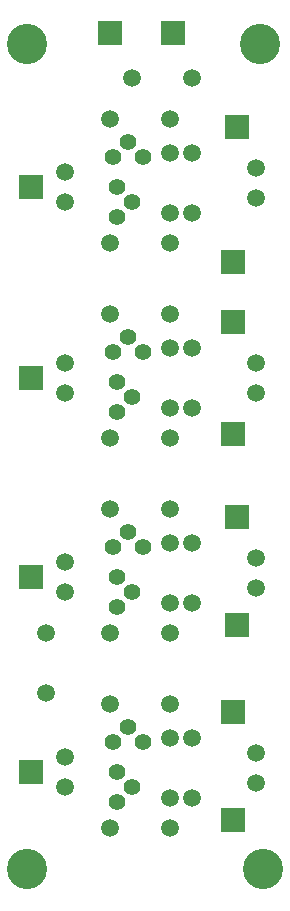
<source format=gbs>
G75*
G70*
%OFA0B0*%
%FSLAX24Y24*%
%IPPOS*%
%LPD*%
%AMOC8*
5,1,8,0,0,1.08239X$1,22.5*
%
%ADD10C,0.0556*%
%ADD11C,0.0595*%
%ADD12R,0.0789X0.0789*%
%ADD13C,0.1340*%
D10*
X004225Y006160D03*
X004350Y005160D03*
X004350Y004160D03*
X004850Y004660D03*
X005225Y006160D03*
X004725Y006660D03*
X004350Y010660D03*
X004350Y011660D03*
X004225Y012660D03*
X004725Y013160D03*
X005225Y012660D03*
X004850Y011160D03*
X004350Y017160D03*
X004350Y018160D03*
X004225Y019160D03*
X004725Y019660D03*
X005225Y019160D03*
X004850Y017660D03*
X004350Y023660D03*
X004350Y024660D03*
X004225Y025660D03*
X004725Y026160D03*
X005225Y025660D03*
X004850Y024160D03*
D11*
X004100Y022785D03*
X004100Y020410D03*
X004100Y016285D03*
X004100Y013910D03*
X004100Y009785D03*
X004100Y007410D03*
X004100Y003285D03*
X002600Y004660D03*
X002600Y005660D03*
X001975Y007785D03*
X001975Y009785D03*
X002600Y011160D03*
X002600Y012160D03*
X002600Y017785D03*
X002600Y018785D03*
X002600Y024160D03*
X002600Y025160D03*
X004100Y026910D03*
X004850Y028285D03*
X006100Y026910D03*
X006100Y025785D03*
X006850Y025785D03*
X006850Y023785D03*
X006100Y023785D03*
X006100Y022785D03*
X006100Y020410D03*
X006100Y019285D03*
X006850Y019285D03*
X006850Y017285D03*
X006100Y017285D03*
X006100Y016285D03*
X006100Y013910D03*
X006100Y012785D03*
X006850Y012785D03*
X006850Y010785D03*
X006100Y010785D03*
X006100Y009785D03*
X006100Y007410D03*
X006100Y006285D03*
X006850Y006285D03*
X006850Y004285D03*
X006100Y004285D03*
X006100Y003285D03*
X008975Y004785D03*
X008975Y005785D03*
X008975Y011285D03*
X008975Y012285D03*
X008975Y017785D03*
X008975Y018785D03*
X008975Y024285D03*
X008975Y025285D03*
X006850Y028285D03*
D12*
X006225Y029785D03*
X004100Y029785D03*
X001475Y024660D03*
X001475Y018285D03*
X001475Y011660D03*
X001475Y005160D03*
X008225Y003535D03*
X008225Y007160D03*
X008350Y010035D03*
X008350Y013660D03*
X008225Y016410D03*
X008225Y020160D03*
X008225Y022160D03*
X008350Y026660D03*
D13*
X001350Y001910D03*
X009225Y001910D03*
X009100Y029410D03*
X001350Y029410D03*
M02*

</source>
